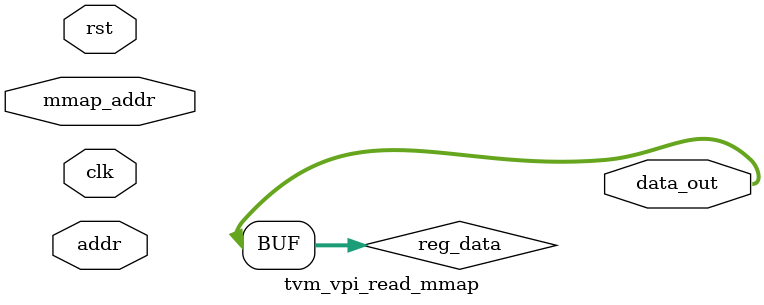
<source format=v>
module tvm_vpi_read_mmap
  #(
    parameter DATA_WIDTH = 8,
    parameter ADDR_WIDTH = 8,
    parameter BASE_ADDR_WIDTH = 32
    )
   (
    input                       clk,
    input                       rst,
    input [ADDR_WIDTH-1:0]      addr, 
    output [DATA_WIDTH-1:0]     data_out, 
    input [BASE_ADDR_WIDTH-1:0] mmap_addr 
    );
   reg [DATA_WIDTH-1:0]         reg_data;
   assign data_out = reg_data;
endmodule
</source>
